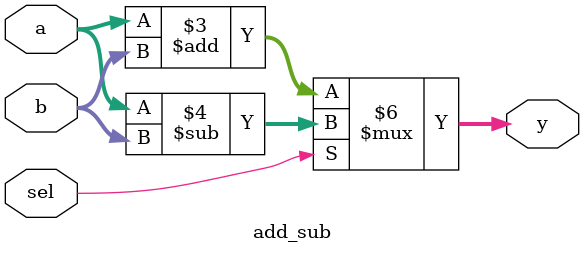
<source format=sv>
module add_sub (
    input  logic [15:0] a,
    input  logic [15:0] b,
    input  logic        sel, // 0: add, 1: sub
    output logic [15:0] y
);
    always_comb begin
        if (sel == 1'b0) begin
            y = a + b; // addition
        end else begin
            y = a - b; // subtraction
        end
    end
endmodule
</source>
